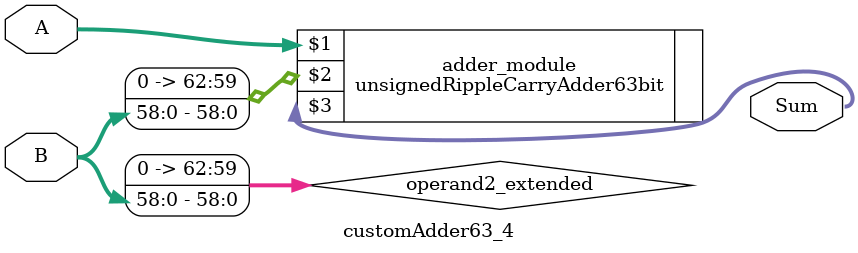
<source format=v>
module customAdder63_4(
                        input [62 : 0] A,
                        input [58 : 0] B,
                        
                        output [63 : 0] Sum
                );

        wire [62 : 0] operand2_extended;
        
        assign operand2_extended =  {4'b0, B};
        
        unsignedRippleCarryAdder63bit adder_module(
            A,
            operand2_extended,
            Sum
        );
        
        endmodule
        
</source>
